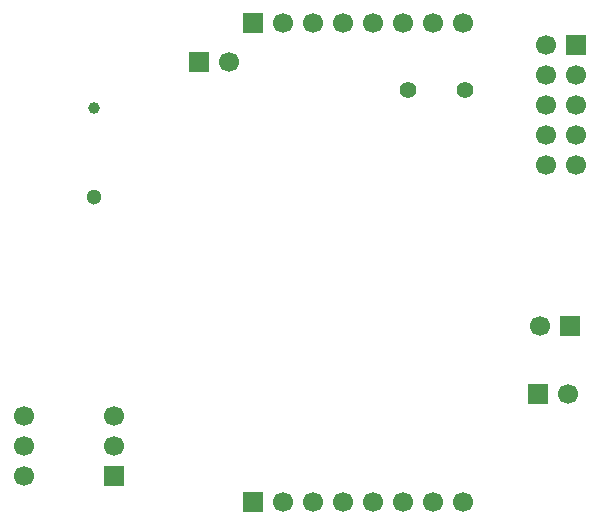
<source format=gbr>
G04 DipTrace 3.2.0.1*
G04 BottomMask.gbr*
%MOIN*%
G04 #@! TF.FileFunction,Soldermask,Bot*
G04 #@! TF.Part,Single*
%ADD38C,0.03937*%
%ADD40C,0.051181*%
%ADD46C,0.055874*%
%ADD63C,0.066929*%
%ADD65R,0.066929X0.066929*%
%FSLAX26Y26*%
G04*
G70*
G90*
G75*
G01*
G04 BotMask*
%LPD*%
D38*
X756152Y1844420D3*
D40*
Y1549144D3*
D65*
X1287357Y529811D3*
D63*
X1387357D3*
X1487357D3*
X1587357D3*
X1687357D3*
X1787357D3*
X1887357D3*
X1987357D3*
D65*
X2362244Y2054651D3*
D63*
X2262244D3*
X2362244Y1954651D3*
X2262244D3*
X2362244Y1854651D3*
X2262244D3*
X2362244Y1754651D3*
X2262244D3*
X2362244Y1654651D3*
X2262244D3*
D65*
X2237257Y892273D3*
D63*
X2337257D3*
D65*
X2343496Y1117249D3*
D63*
X2243496D3*
D65*
X1106126Y1998407D3*
D63*
X1206126D3*
D65*
X824906Y617302D3*
D63*
Y717302D3*
Y817302D3*
X524906D3*
Y717302D3*
Y617302D3*
D46*
X1993533Y1904667D3*
X1803533D3*
D65*
X1287357Y2129643D3*
D63*
X1387357D3*
X1487357D3*
X1587357D3*
X1687357D3*
X1787357D3*
X1887357D3*
X1987357D3*
M02*

</source>
